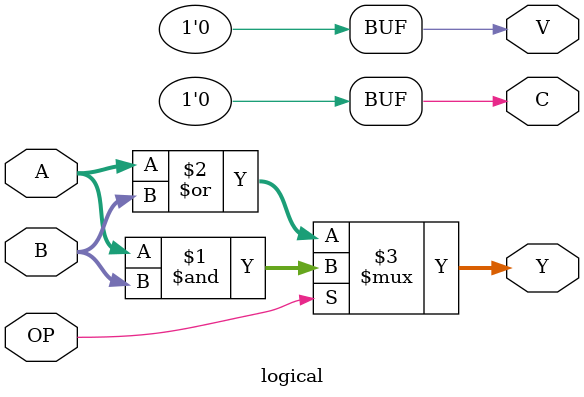
<source format=v>
module logical(A, B, OP, Y, C, V);
 

  // inputs
  input [7:0] A;
  input [7:0] B;
  input OP;
  
  // outputs
  output [7:0] Y;
  output C;
  output V;
  
  // reg and internal variable definitions
  
  // implement module here
  assign Y = OP ? A & B : A | B;
  assign C = 1'b0;
  assign V = 1'b0;
  
endmodule
</source>
